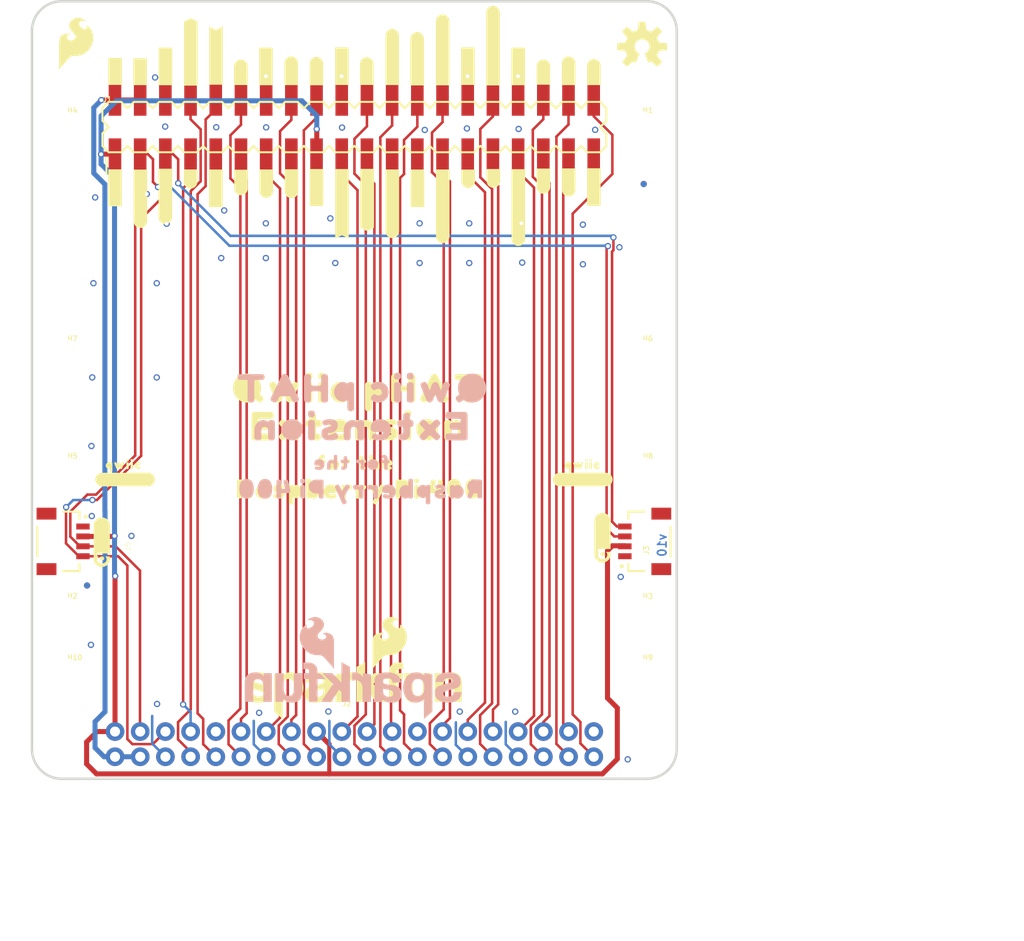
<source format=kicad_pcb>
(kicad_pcb (version 20211014) (generator pcbnew)
  (layers (0 "F.Cu" signal) (31 "B.Cu" signal) (34 "B.Paste" user) (35 "F.Paste" user) (36 "B.SilkS" user "B.Silkscreen") (37 "F.SilkS" user "F.Silkscreen") (38 "B.Mask" user) (39 "F.Mask" user) (44 "Edge.Cuts" user))
  (net 0 "")
  (net 1 "3.3V")
  (net 2 "5V")
  (net 3 "2/SDA")
  (net 4 "3/SCL")
  (net 5 "GND")
  (net 6 "GP4")
  (net 7 "GP5")
  (net 8 "GP6")
  (net 9 "GP16")
  (net 10 "GP17")
  (net 11 "GP22")
  (net 12 "GP23")
  (net 13 "GP24")
  (net 14 "GP25")
  (net 15 "GP26")
  (net 16 "GP27")
  (net 17 "0/ID_SD")
  (net 18 "1/ID_SC")
  (net 19 "14/TXO")
  (net 20 "15/RXI")
  (net 21 "9/CIPO")
  (net 22 "10/COPI")
  (net 23 "11/SCLK")
  (net 24 "7/CE1")
  (net 25 "8/CE0")
  (net 26 "12/PWM0")
  (net 27 "13/PWM1")
  (net 28 "19/PCM_FS")
  (net 29 "20/PCM_DIN")
  (net 30 "21/PCM_DOUT")
  (net 31 "18/PCM_CLK")
  (footprint "boardEagle:#6#28" (layer "F.Cu") (at 162.5171 83.4876 90)
    (fp_text reference "U$10" hide)
    (fp_text value "" hide)
  )
  (footprint "boardEagle:#GND#28" (layer "F.Cu") (at 165.0231 72.3665 90)
    (fp_text reference "U$35" hide)
    (fp_text value "" hide)
  )
  (footprint "boardEagle:#MOUNT#29" (layer "F.Cu") (at 125.3931 114.0321)
    (fp_text reference "U$82" hide)
    (fp_text value "" hide)
  )
  (footprint "boardEagle:2X20_RIGHT_ANGLE" (layer "F.Cu") (at 148.5011 140.7031)
    (fp_text reference "J2")
    (fp_text value "RASPBERRYPI-40-PIN-GPIO_RIGHT_ANGLE")
  )
  (footprint "boardEagle:STAND-OFF-TIGHT" (layer "F.Cu") (at 177.5011 133.6351)
    (fp_text reference "H9")
    (fp_text value "STAND-OFFTIGHT")
  )
  (footprint "boardEagle:#23#29" (layer "F.Cu") (at 142.1377 72.9761 90)
    (fp_text reference "U$27" hide)
    (fp_text value "" hide)
  )
  (footprint "boardEagle:SFE_LOGO_NAME_FLAME_.2" (layer "F.Cu") (at 148.4961 135.2861)
    (fp_text reference "LOGO2" hide)
    (fp_text value "SFE_LOGO_NAME_FLAME.2_INCH" hide)
  )
  (footprint "boardEagle:#12#PWM0#29" (layer "F.Cu") (at 162.4831 70.4361 90)
    (fp_text reference "U$16" hide)
    (fp_text value "" hide)
  )
  (footprint "boardEagle:#4#4" (layer "F.Cu") (at 131.9971 83.5526 90)
    (fp_text reference "U$6" hide)
    (fp_text value "" hide)
  )
  (footprint "boardEagle:#5#28" (layer "F.Cu") (at 159.9811 83.5321 90)
    (fp_text reference "U$7" hide)
    (fp_text value "" hide)
  )
  (footprint "boardEagle:#COPI#10#28" (layer "F.Cu") (at 147.2531 86.0531 90)
    (fp_text reference "U$52" hide)
    (fp_text value "" hide)
  )
  (footprint "boardEagle:#SDA#2#4" (layer "F.Cu") (at 126.9331 85.5451 90)
    (fp_text reference "U$1" hide)
    (fp_text value "" hide)
  )
  (footprint "boardEagle:#19#28" (layer "F.Cu") (at 167.5631 83.7711 90)
    (fp_text reference "U$23" hide)
    (fp_text value "" hide)
  )
  (footprint "boardEagle:#3V3#0" (layer "F.Cu") (at 124.3771 84.6121 90)
    (fp_text reference "U$4" hide)
    (fp_text value "" hide)
  )
  (footprint "boardEagle:STAND-OFF-TIGHT" (layer "F.Cu") (at 119.5011 78.4531)
    (fp_text reference "H4")
    (fp_text value "STAND-OFFTIGHT")
  )
  (footprint "boardEagle:#16#29" (layer "F.Cu") (at 167.5631 73.1031 90)
    (fp_text reference "U$20" hide)
    (fp_text value "" hide)
  )
  (footprint "boardEagle:#SCL#3#4" (layer "F.Cu") (at 129.4521 85.3096 90)
    (fp_text reference "U$2" hide)
    (fp_text value "" hide)
  )
  (footprint "boardEagle:#8#CE0#29" (layer "F.Cu") (at 152.3231 71.5791 90)
    (fp_text reference "U$12" hide)
    (fp_text value "" hide)
  )
  (footprint "boardEagle:CREATIVE_COMMONS" (layer "F.Cu") (at 133.1011 160.1091)
    (fp_text reference "FRAME1" hide)
    (fp_text value "FRAME-LETTER" hide)
  )
  (footprint "boardEagle:#5V#28" (layer "F.Cu") (at 124.3867 72.8733 90)
    (fp_text reference "U$8" hide)
    (fp_text value "" hide)
  )
  (footprint "boardEagle:#GND#28" (layer "F.Cu") (at 154.8631 84.6601 90)
    (fp_text reference "U$33" hide)
    (fp_text value "" hide)
  )
  (footprint "boardEagle:OSHW-LOGO-M" (layer "F.Cu") (at 177.5091 70.3751)
    (fp_text reference "LOGO3" hide)
    (fp_text value "OSHW-LOGOM" hide)
  )
  (footprint "boardEagle:SFE_LOGO_FLAME_.2" (layer "F.Cu") (at 120.4561 70.0511)
    (fp_text reference "U$81" hide)
    (fp_text value "" hide)
  )
  (footprint "boardEagle:STAND-OFF-TIGHT" (layer "F.Cu") (at 177.5011 101.4731)
    (fp_text reference "H6")
    (fp_text value "STAND-OFFTIGHT")
  )
  (footprint "boardEagle:STAND-OFF-TIGHT" (layer "F.Cu") (at 177.5011 78.4531)
    (fp_text reference "H1")
    (fp_text value "STAND-OFFTIGHT")
  )
  (footprint "boardEagle:#18#29" (layer "F.Cu") (at 137.0577 73.1285 90)
    (fp_text reference "U$22" hide)
    (fp_text value "" hide)
  )
  (footprint "boardEagle:QWIIC30" (layer "F.Cu") (at 171.5261 112.5081)
    (fp_text reference "U$85" hide)
    (fp_text value "" hide)
  )
  (footprint "boardEagle:#CIPO#9#28" (layer "F.Cu") (at 149.7931 85.6721 90)
    (fp_text reference "U$51" hide)
    (fp_text value "" hide)
  )
  (footprint "boardEagle:QWIIC_PHAT31" (layer "F.Cu") (at 149.0311 104.8491)
    (fp_text reference "U$75" hide)
    (fp_text value "" hide)
  )
  (footprint "boardEagle:RASPBERRY_PI_40033" (layer "F.Cu") (at 149.0311 115.0091)
    (fp_text reference "U$86" hide)
    (fp_text value "" hide)
  )
  (footprint "boardEagle:STAND-OFF-TIGHT" (layer "F.Cu") (at 119.5011 133.6351)
    (fp_text reference "H10")
    (fp_text value "STAND-OFFTIGHT")
  )
  (footprint "boardEagle:STAND-OFF-TIGHT" (layer "F.Cu") (at 177.5011 127.4531)
    (fp_text reference "H3")
    (fp_text value "STAND-OFFTIGHT")
  )
  (footprint "boardEagle:#17#5" (layer "F.Cu") (at 137.0831 83.8981 90)
    (fp_text reference "U$21" hide)
    (fp_text value "" hide)
  )
  (footprint "boardEagle:#GND#28" (layer "F.Cu") (at 172.6431 84.5331 90)
    (fp_text reference "U$34" hide)
    (fp_text value "" hide)
  )
  (footprint "boardEagle:JST04_1MM_RA" (layer "F.Cu") (at 121.1437 120.2711 -90)
    (fp_text reference "J5")
    (fp_text value "QWIIC_RIGHT_ANGLE")
  )
  (footprint "boardEagle:FIDUCIAL-MICRO" (layer "F.Cu") (at 121.5557 124.7203)
    (fp_text reference "FD1" hide)
    (fp_text value "FIDUCIALUFIDUCIAL" hide)
  )
  (footprint "boardEagle:#21#29" (layer "F.Cu") (at 172.6431 73.1031 90)
    (fp_text reference "U$25" hide)
    (fp_text value "" hide)
  )
  (footprint "boardEagle:RASPBERRY_PI_HAT_40_PIN_SMD_MALE" (layer "F.Cu") (at 124.3711 79.7531)
    (fp_text reference "J1")
    (fp_text value "RASPBERRYPI-40-PIN-GPIO_SMD_MALE")
  )
  (footprint "boardEagle:#5V#28" (layer "F.Cu") (at 126.9077 72.8959 90)
    (fp_text reference "U$9" hide)
    (fp_text value "" hide)
  )
  (footprint "boardEagle:JST04_1MM_RA" (layer "F.Cu") (at 175.7711 120.2711 90)
    (fp_text reference "J3")
    (fp_text value "QWIIC_RIGHT_ANGLE")
  )
  (footprint "boardEagle:STAND-OFF-TIGHT" (layer "F.Cu") (at 119.5011 101.4801)
    (fp_text reference "H7")
    (fp_text value "STAND-OFFTIGHT")
  )
  (footprint "boardEagle:STAND-OFF-TIGHT" (layer "F.Cu") (at 119.5011 113.3151)
    (fp_text reference "H5")
    (fp_text value "STAND-OFFTIGHT")
  )
  (footprint "boardEagle:EXTENSION32" (layer "F.Cu") (at 149.0311 108.6591)
    (fp_text reference "U$76" hide)
    (fp_text value "" hide)
  )
  (footprint "boardEagle:#GND#28" (layer "F.Cu") (at 147.2431 72.3411 90)
    (fp_text reference "U$37" hide)
    (fp_text value "" hide)
  )
  (footprint "boardEagle:#ID_SD#0#28" (layer "F.Cu") (at 157.4131 86.3071 90)
    (fp_text reference "U$15" hide)
    (fp_text value "" hide)
  )
  (footprint "boardEagle:QWIIC_5MM" (layer "F.Cu") (at 123.0251 120.3791 90)
    (fp_text reference "LOGO1" hide)
    (fp_text value "QWIIC_LOGO_5MM" hide)
  )
  (footprint "boardEagle:QWIIC_5MM" (layer "F.Cu") (at 173.5031 119.9291 90)
    (fp_text reference "LOGO4" hide)
    (fp_text value "QWIIC_LOGO_5MM" hide)
  )
  (footprint "boardEagle:#7#CE1#29" (layer "F.Cu") (at 154.8377 71.7569 90)
    (fp_text reference "U$11" hide)
    (fp_text value "" hide)
  )
  (footprint "boardEagle:#22#28" (layer "F.Cu") (at 142.1631 84.0251 90)
    (fp_text reference "U$26" hide)
    (fp_text value "" hide)
  )
  (footprint "boardEagle:FOR_THE40034" (layer "F.Cu") (at 148.6501 112.3421)
    (fp_text reference "U$3" hide)
    (fp_text value "" hide)
  )
  (footprint "boardEagle:#1#ID_SC#29" (layer "F.Cu") (at 157.4031 70.8679 90)
    (fp_text reference "U$40" hide)
    (fp_text value "" hide)
  )
  (footprint "boardEagle:#20#29" (layer "F.Cu") (at 170.1031 72.9761 90)
    (fp_text reference "U$24" hide)
    (fp_text value "" hide)
  )
  (footprint "boardEagle:#GND#28" (layer "F.Cu") (at 129.4631 72.3665 90)
    (fp_text reference "U$39" hide)
    (fp_text value "" hide)
  )
  (footprint "boardEagle:FIDUCIAL-MICRO" (layer "F.Cu") (at 177.6709 84.2201)
    (fp_text reference "FD2" hide)
    (fp_text value "FIDUCIALUFIDUCIAL" hide)
  )
  (footprint "boardEagle:#MOUNT#29" (layer "F.Cu") (at 171.5261 114.0321)
    (fp_text reference "U$83" hide)
    (fp_text value "" hide)
  )
  (footprint "boardEagle:#3V3#0" (layer "F.Cu") (at 144.6877 84.5799 90)
    (fp_text reference "U$5" hide)
    (fp_text value "" hide)
  )
  (footprint "boardEagle:#GND#28" (layer "F.Cu") (at 139.59 72.3665 90)
    (fp_text reference "U$38" hide)
    (fp_text value "" hide)
  )
  (footprint "boardEagle:#GND#28" (layer "F.Cu") (at 159.9431 72.3411 90)
    (fp_text reference "U$36" hide)
    (fp_text value "" hide)
  )
  (footprint "boardEagle:#15#RXI#29" (layer "F.Cu") (at 134.5531 71.4481 90)
    (fp_text reference "U$19" hide)
    (fp_text value "" hide)
  )
  (footprint "boardEagle:#26#28" (layer "F.Cu") (at 170.1031 83.8981 90)
    (fp_text reference "U$30" hide)
    (fp_text value "" hide)
  )
  (footprint "boardEagle:#SCLK#11#28" (layer "F.Cu") (at 152.3331 86.0531 90)
    (fp_text reference "U$14" hide)
    (fp_text value "" hide)
  )
  (footprint "boardEagle:#25#29" (layer "F.Cu") (at 149.7577 73.0015 90)
    (fp_text reference "U$29" hide)
    (fp_text value "" hide)
  )
  (footprint "boardEagle:#14#TXO#29" (layer "F.Cu") (at 132.0131 71.0671 90)
    (fp_text reference "U$18" hide)
    (fp_text value "" hide)
  )
  (footprint "boardEagle:#GND#28" (layer "F.Cu") (at 134.5431 84.6601 90)
    (fp_text reference "U$32" hide)
    (fp_text value "" hide)
  )
  (footprint "boardEagle:STAND-OFF-TIGHT" (layer "F.Cu") (at 119.5011 127.4331)
    (fp_text reference "H2")
    (fp_text value "STAND-OFFTIGHT")
  )
  (footprint "boardEagle:QWIIC30" (layer "F.Cu") (at 125.2661 112.5081)
    (fp_text reference "U$84" hide)
    (fp_text value "" hide)
  )
  (footprint "boardEagle:STAND-OFF-TIGHT" (layer "F.Cu") (at 177.5211 113.3151)
    (fp_text reference "H8")
    (fp_text value "STAND-OFFTIGHT")
  )
  (footprint "boardEagle:#27#18" (layer "F.Cu") (at 139.6231 84.0251 90)
    (fp_text reference "U$31" hide)
    (fp_text value "" hide)
  )
  (footprint "boardEagle:#24#29" (layer "F.Cu") (at 144.6777 73.0015 90)
    (fp_text reference "U$28" hide)
    (fp_text value "" hide)
  )
  (footprint "boardEagle:#PWM1#13#28" (layer "F.Cu") (at 165.0331 86.4341 90)
    (fp_text reference "U$17" hide)
    (fp_text value "" hide)
  )
  (footprint "boardEagle:FOR_THE40034" (layer "B.Cu") (at 148.1421 112.3421 180)
    (fp_text reference "U$13" hide)
    (fp_text value "" hide)
  )
  (footprint "boardEagle:FIDUCIAL-MICRO" (layer "B.Cu") (at 177.6709 84.2301 180)
    (fp_text reference "FD3" hide)
    (fp_text value "FIDUCIALUFIDUCIAL" hide)
  )
  (footprint "boardEagle:RASPBERRY_PI_40033" (layer "B.Cu") (at 149.0311 115.0091 180)
    (fp_text reference "U$91" hide)
    (fp_text value "" hide)
  )
  (footprint "boardEagle:EXTENSION32" (layer "B.Cu") (at 149.0311 108.6591 180)
    (fp_text reference "U$90" hide)
    (fp_text value "" hide)
  )
  (footprint "boardEagle:QWIIC_PHAT31" (layer "B.Cu") (at 149.0311 104.8491 180)
    (fp_text reference "U$89" hide)
    (fp_text value "" hide)
  )
  (footprint "boardEagle:SFE_LOGO_NAME_FLAME_.2" (layer "B.Cu") (at 148.2961 135.2861 180)
    (fp_text reference "LOGO5" hide)
    (fp_text value "SFE_LOGO_NAME_FLAME.2_INCH" hide)
  )
  (footprint "boardEagle:FIDUCIAL-MICRO" (layer "B.Cu") (at 121.5557 124.7203 180)
    (fp_text reference "FD4" hide)
    (fp_text value "FIDUCIALUFIDUCIAL" hide)
  )
  (gr_arc (start 178.0011 65.7941) (mid 180.12242 66.67278) (end 181.0011 68.7941) (layer "Edge.Cuts") (width 0.254))
  (gr_line (start 116.0011 68.7941) (end 116.0011 141.2131) (layer "Edge.Cuts") (width 0.254))
  (gr_arc (start 119.0011 144.2131) (mid 116.87978 143.33442) (end 116.0011 141.2131) (layer "Edge.Cuts") (width 0.254))
  (gr_line (start 181.0011 141.2131) (end 181.0011 68.7941) (layer "Edge.Cuts") (width 0.254))
  (gr_arc (start 116.0011 68.7941) (mid 116.87978 66.67278) (end 119.0011 65.7941) (layer "Edge.Cuts") (width 0.254))
  (gr_line (start 178.0011 65.7941) (end 119.0011 65.7941) (layer "Edge.Cuts") (width 0.254))
  (gr_line (start 119.0011 144.2131) (end 178.0011 144.2131) (layer "Edge.Cuts") (width 0.254))
  (gr_arc (start 181.0011 141.2131) (mid 180.12242 143.33442) (end 178.0011 144.2131) (layer "Edge.Cuts") (width 0.254))
  (gr_text "v10" (at 180.0311 119.4091 -270) (layer "B.Cu") (effects (font (size 0.8636 0.8636) (thickness 0.1524)) (justify left bottom mirror)))
  (segment (start 124.3765 139.4531) (end 122.5659 139.4531) (width 0.508) (layer "F.Cu") (net 1))
  (segment (start 174.5111 120.7191) (end 175.7191 120.7191) (width 0.508) (layer "F.Cu") (net 1))
  (segment (start 122.5659 139.4531) (end 121.5111 140.5079) (width 0.508) (layer "F.Cu") (net 1))
  (segment (start 144.7131 81.1916) (end 144.7131 78.6871) (width 0.508) (layer "F.Cu") (net 1))
  (segment (start 174.0211 136.0791) (end 174.0211 121.2091) (width 0.508) (layer "F.Cu") (net 1))
  (segment (start 145.9711 143.7191) (end 145.9711 140.7277) (width 0.4064) (layer "F.Cu") (net 1))
  (segment (start 145.9711 140.7277) (end 144.6965 139.4531) (width 0.508) (layer "F.Cu") (net 1))
  (segment (start 122.5111 143.7191) (end 145.9711 143.7191) (width 0.508) (layer "F.Cu") (net 1))
  (segment (start 124.3711 81.2136) (end 122.9846 81.2136) (width 0.508) (layer "F.Cu") (net 1))
  (segment (start 121.5111 140.5079) (end 121.5111 142.7191) (width 0.508) (layer "F.Cu") (net 1))
  (segment (start 145.9711 143.7191) (end 173.5111 143.7191) (width 0.508) (layer "F.Cu") (net 1))
  (segment (start 124.3765 123.7887) (end 124.3931 123.7721) (width 0.508) (layer "F.Cu") (net 1))
  (segment (start 175.0111 142.2191) (end 175.0111 137.0691) (width 0.508) (layer "F.Cu") (net 1))
  (segment (start 144.6911 81.2136) (end 144.7131 81.1916) (width 0.508) (layer "F.Cu") (net 1))
  (segment (start 124.2751 119.7711) (end 124.3271 119.7191) (width 0.508) (layer "F.Cu") (net 1))
  (segment (start 124.3765 139.4531) (end 124.3765 123.7887) (width 0.508) (layer "F.Cu") (net 1))
  (segment (start 175.7191 120.7191) (end 175.7711 120.7711) (width 0.508) (layer "F.Cu") (net 1))
  (segment (start 175.0111 137.0691) (end 174.0211 136.0791) (width 0.508) (layer "F.Cu") (net 1))
  (segment (start 173.5111 143.7191) (end 175.0111 142.2191) (width 0.508) (layer "F.Cu") (net 1))
  (segment (start 122.9846 81.2136) (end 122.9711 81.2271) (width 0.508) (layer "F.Cu") (net 1))
  (segment (start 121.5111 142.7191) (end 122.5111 143.7191) (width 0.508) (layer "F.Cu") (net 1))
  (segment (start 174.0211 121.2091) (end 174.5111 120.7191) (width 0.508) (layer "F.Cu") (net 1))
  (segment (start 121.1437 119.7711) (end 124.2751 119.7711) (width 0.508) (layer "F.Cu") (net 1))
  (via (at 144.7131 78.6871) (size 0.635) (drill 0.381) (layers "F.Cu" "B.Cu") (net 1))
  (via (at 122.9711 81.2271) (size 0.635) (drill 0.381) (layers "F.Cu" "B.Cu") (net 1))
  (via (at 124.3931 123.7721) (size 0.635) (drill 0.381) (layers "F.Cu" "B.Cu") (net 1))
  (via (at 124.3271 119.7191) (size 0.635) (drill 0.381) (layers "F.Cu" "B.Cu") (net 1))
  (segment (start 124.3271 123.7061) (end 124.3931 123.7721) (width 0.508) (layer "B.Cu") (net 1))
  (segment (start 124.5091 75.8341) (end 143.2121 75.8341) (width 0.508) (layer "B.Cu") (net 1))
  (segment (start 122.9711 82.2161) (end 124.3271 83.5721) (width 0.508) (layer "B.Cu") (net 1))
  (segment (start 124.3271 83.5721) (end 124.3271 119.7191) (width 0.508) (layer "B.Cu") (net 1))
  (segment (start 144.7131 77.3351) (end 144.7131 78.6871) (width 0.508) (layer "B.Cu") (net 1))
  (segment (start 122.9711 77.3721) (end 124.5091 75.8341) (width 0.508) (layer "B.Cu") (net 1))
  (segment (start 122.9711 81.2271) (end 122.9711 82.2161) (width 0.508) (layer "B.Cu") (net 1))
  (segment (start 122.9711 77.3721) (end 122.9711 81.2271) (width 0.508) (layer "B.Cu") (net 1))
  (segment (start 143.2121 75.8341) (end 144.7131 77.3351) (width 0.508) (layer "B.Cu") (net 1))
  (segment (start 124.3271 119.7191) (end 124.3271 123.7061) (width 0.508) (layer "B.Cu") (net 1))
  (segment (start 123.0096 75.7526) (end 124.3711 75.7526) (width 0.508) (layer "F.Cu") (net 2))
  (segment (start 122.9961 75.7661) (end 123.0096 75.7526) (width 0.508) (layer "F.Cu") (net 2))
  (segment (start 126.9111 75.7526) (end 124.3711 75.7526) (width 0.508) (layer "F.Cu") (net 2))
  (via (at 122.9961 75.7661) (size 0.635) (drill 0.381) (layers "F.Cu" "B.Cu") (net 2))
  (segment (start 122.2341 83.1321) (end 122.2341 76.5281) (width 0.508) (layer "B.Cu") (net 2))
  (segment (start 123.3675 117.179413) (end 123.354 117.165913) (width 0.508) (layer "B.Cu") (net 2))
  (segment (start 122.3611 141.0877) (end 122.3611 138.4591) (width 0.508) (layer "B.Cu") (net 2))
  (segment (start 123.354 117.165913) (end 123.354 84.252) (width 0.508) (layer "B.Cu") (net 2))
  (segment (start 124.3765 141.9931) (end 123.2665 141.9931) (width 0.508) (layer "B.Cu") (net 2))
  (segment (start 123.354 84.252) (end 122.2341 83.1321) (width 0.508) (layer "B.Cu") (net 2))
  (segment (start 122.2341 76.5281) (end 122.9961 75.7661) (width 0.508) (layer "B.Cu") (net 2))
  (segment (start 126.9165 141.9931) (end 124.3765 141.9931) (width 0.508) (layer "B.Cu") (net 2))
  (segment (start 123.3675 137.4527) (end 123.3675 117.179413) (width 0.508) (layer "B.Cu") (net 2))
  (segment (start 123.2665 141.9931) (end 122.3611 141.0877) (width 0.508) (layer "B.Cu") (net 2))
  (segment (start 122.3611 138.4591) (end 123.3675 137.4527) (width 0.508) (layer "B.Cu") (net 2))
  (segment (start 126.9165 139.4531) (end 126.8941 139.4307) (width 0.254) (layer "F.Cu") (net 3))
  (segment (start 126.9331 84.5291) (end 126.9331 81.2356) (width 0.254) (layer "F.Cu") (net 3))
  (segment (start 121.5881 115.5531) (end 122.4581 115.5531) (width 0.254) (layer "F.Cu") (net 3))
  (segment (start 174.7061 119.7711) (end 173.9311 118.9961) (width 0.254) (layer "F.Cu") (net 3))
  (segment (start 173.9311 90.6191) (end 174.0611 90.4891) (width 0.254) (layer "F.Cu") (net 3))
  (segment (start 126.8941 139.4307) (end 126.8941 123.2191) (width 0.254) (layer "F.Cu") (net 3))
  (segment (start 119.8681 117.2731) (end 121.5881 115.5531) (width 0.254) (layer "F.Cu") (net 3))
  (segment (start 126.4111 111.6001) (end 126.4111 85.0511) (width 0.254) (layer "F.Cu") (net 3))
  (segment (start 128.2031 81.7351) (end 127.6816 81.2136) (width 0.254) (layer "F.Cu") (net 3))
  (segment (start 120.845412 120.7711) (end 119.8681 119.793788) (width 0.254) (layer "F.Cu") (net 3))
  (segment (start 127.6816 81.2136) (end 126.9111 81.2136) (width 0.254) (layer "F.Cu") (net 3))
  (segment (start 128.2031 84.0211) (end 128.2031 81.7351) (width 0.254) (layer "F.Cu") (net 3))
  (segment (start 119.8681 119.793788) (end 119.8681 117.2731) (width 0.254) (layer "F.Cu") (net 3))
  (segment (start 128.7111 84.5291) (end 128.2031 84.0211) (width 0.254) (layer "F.Cu") (net 3))
  (segment (start 173.9311 118.9961) (end 173.9311 90.6191) (width 0.254) (layer "F.Cu") (net 3))
  (segment (start 126.8941 123.2191) (end 124.4461 120.7711) (width 0.254) (layer "F.Cu") (net 3))
  (segment (start 121.1437 120.7711) (end 120.845412 120.7711) (width 0.254) (layer "F.Cu") (net 3))
  (segment (start 126.9331 81.2356) (end 126.9111 81.2136) (width 0.254) (layer "F.Cu") (net 3))
  (segment (start 122.4581 115.5531) (end 126.4111 111.6001) (width 0.254) (layer "F.Cu") (net 3))
  (segment (start 126.4111 85.0511) (end 126.9331 84.5291) (width 0.254) (layer "F.Cu") (net 3))
  (segment (start 124.4461 120.7711) (end 121.1437 120.7711) (width 0.254) (layer "F.Cu") (net 3))
  (segment (start 175.7711 119.7711) (end 174.7061 119.7711) (width 0.254) (layer "F.Cu") (net 3))
  (via (at 174.0611 90.4891) (size 0.635) (drill 0.381) (layers "F.Cu" "B.Cu") (net 3))
  (via (at 128.7111 84.5291) (size 0.635) (drill 0.381) (layers "F.Cu" "B.Cu") (net 3))
  (segment (start 129.9811 84.5291) (end 128.7111 84.5291) (width 0.254) (layer "B.Cu") (net 3))
  (segment (start 135.9051 90.4531) (end 174.0251 90.4531) (width 0.254) (layer "B.Cu") (net 3))
  (segment (start 129.9811 84.5291) (end 135.9051 90.4531) (width 0.254) (layer "B.Cu") (net 3))
  (segment (start 174.0251 90.4531) (end 174.0611 90.4891) (width 0.254) (layer "B.Cu") (net 3))
  (segment (start 119.4361 116.8311) (end 119.4481 116.8191) (width 0.254) (layer "F.Cu") (net 4))
  (segment (start 125.6211 122.7121) (end 124.6801 121.7711) (width 0.254) (layer "F.Cu") (net 4))
  (segment (start 119.4361 120.4741) (end 120.7331 121.7711) (width 0.254) (layer "F.Cu") (net 4))
  (segment (start 174.6181 89.6151) (end 174.6181 90.9051) (width 0.254) (layer "F.Cu") (net 4))
  (segment (start 129.5111 81.2736) (end 129.5111 85.2191) (width 0.254) (layer "F.Cu") (net 4))
  (segment (start 127.0111 87.7191) (end 129.5111 85.2191) (width 0.254) (layer "F.Cu") (net 4))
  (segment (start 174.9711 118.7711) (end 174.4811 118.2811) (width 0.254) (layer "F.Cu") (net 4))
  (segment (start 119.4361 120.4741) (end 119.4361 116.8311) (width 0.254) (layer "F.Cu") (net 4))
  (segment (start 129.4565 139.4531) (end 128.1905 140.7191) (width 0.254) (layer "F.Cu") (net 4))
  (segment (start 129.4511 81.2136) (end 129.5056 81.2136) (width 0.254) (layer "F.Cu") (net 4))
  (segment (start 127.0111 111.6362) (end 127.0111 87.7191) (width 0.254) (layer "F.Cu") (net 4))
  (segment (start 129.5056 81.2136) (end 129.5111 81.2191) (width 0.254) (layer "F.Cu") (net 4))
  (segment (start 124.6801 121.7711) (end 121.1437 121.7711) (width 0.254) (layer "F.Cu") (net 4))
  (segment (start 175.7711 118.7711) (end 174.9711 118.7711) (width 0.254) (layer "F.Cu") (net 4))
  (segment (start 128.1905 140.7191) (end 126.1301 140.7191) (width 0.254) (layer "F.Cu") (net 4))
  (segment (start 174.4811 91.0421) (end 174.4811 118.2811) (width 0.254) (layer "F.Cu") (net 4))
  (segment (start 120.7331 121.7711) (end 121.1437 121.7711) (width 0.254) (layer "F.Cu") (net 4))
  (segment (start 125.6211 140.2101) (end 125.6211 122.7121) (width 0.254) (layer "F.Cu") (net 4))
  (segment (start 127.0111 111.6362) (end 122.5481 116.0992) (width 0.254) (layer "F.Cu") (net 4))
  (segment (start 174.6181 90.9051) (end 174.4811 91.0421) (width 0.254) (layer "F.Cu") (net 4))
  (segment (start 129.5111 81.2191) (end 130.2271 81.2191) (width 0.254) (layer "F.Cu") (net 4))
  (segment (start 129.4511 81.2136) (end 129.5111 81.2736) (width 0.254) (layer "F.Cu") (net 4))
  (segment (start 130.7431 81.7351) (end 130.2271 81.2191) (width 0.254) (layer "F.Cu") (net 4))
  (segment (start 122.5481 116.0992) (end 122.0981 116.0992) (width 0.254) (layer "F.Cu") (net 4))
  (segment (start 126.1301 140.7191) (end 125.6211 140.2101) (width 0.254) (layer "F.Cu") (net 4))
  (segment (start 130.7431 84.1481) (end 130.7431 81.7351) (width 0.254) (layer "F.Cu") (net 4))
  (via (at 122.0981 116.0992) (size 0.635) (drill 0.381) (layers "F.Cu" "B.Cu") (net 4))
  (via (at 174.6181 89.6151) (size 0.635) (drill 0.381) (layers "F.Cu" "B.Cu") (net 4))
  (via (at 119.4481 116.8191) (size 0.635) (drill 0.381) (layers "F.Cu" "B.Cu") (net 4))
  (via (at 130.7431 84.1481) (size 0.635) (drill 0.381) (layers "F.Cu" "B.Cu") (net 4))
  (segment (start 136.0011 89.4531) (end 130.7431 84.1951) (width 0.254) (layer "B.Cu") (net 4))
  (segment (start 174.6181 89.6151) (end 174.456121 89.453122) (width 0.254) (layer "B.Cu") (net 4))
  (segment (start 119.4481 116.8191) (end 120.168 116.0992) (width 0.254) (layer "B.Cu") (net 4))
  (segment (start 174.456121 89.453122) (end 174.456121 89.4531) (width 0.254) (layer "B.Cu") (net 4))
  (segment (start 130.7431 84.1481) (end 130.7431 84.1951) (width 0.254) (layer "B.Cu") (net 4))
  (segment (start 120.168 116.0992) (end 122.0981 116.0992) (width 0.254) (layer "B.Cu") (net 4))
  (segment (start 174.456121 89.4531) (end 136.0011 89.4531) (width 0.254) (layer "B.Cu") (net 4))
  (via (at 171.5411 88.3231) (size 0.635) (drill 0.381) (layers "F.Cu" "B.Cu") (net 5))
  (via (at 134.5811 78.5031) (size 0.635) (drill 0.381) (layers "F.Cu" "B.Cu") (net 5))
  (via (at 155.0811 88.1931) (size 0.635) (drill 0.381) (layers "F.Cu" "B.Cu") (net 5))
  (via (at 122.0811 103.7331) (size 0.635) (drill 0.381) (layers "F.Cu" "B.Cu") (net 5))
  (via (at 160.0811 92.1931) (size 0.635) (drill 0.381) (layers "F.Cu" "B.Cu") (net 5))
  (via (at 175.2241 90.6091) (size 0.635) (drill 0.381) (layers "F.Cu" "B.Cu") (net 5))
  (via (at 127.5811 85.2331) (size 0.635) (drill 0.381) (layers "F.Cu" "B.Cu") (net 5))
  (via (at 122.2001 94.2331) (size 0.635) (drill 0.381) (layers "F.Cu" "B.Cu") (net 5))
  (via (at 129.4311 78.4331) (size 0.635) (drill 0.381) (layers "F.Cu" "B.Cu") (net 5))
  (via (at 145.8851 137.4321) (size 0.635) (drill 0.381) (layers "F.Cu" "B.Cu") (net 5))
  (via (at 126.0349 119.7173) (size 0.635) (drill 0.381) (layers "F.Cu" "B.Cu") (net 5))
  (via (at 147.2611 78.5331) (size 0.635) (drill 0.381) (layers "F.Cu" "B.Cu") (net 5))
  (via (at 139.5911 73.3531) (size 0.635) (drill 0.381) (layers "F.Cu" "B.Cu") (net 5))
  (via (at 139.5811 91.6931) (size 0.635) (drill 0.381) (layers "F.Cu" "B.Cu") (net 5))
  (via (at 175.3503 123.8509) (size 0.635) (drill 0.381) (layers "F.Cu" "B.Cu") (net 5))
  (via (at 128.5811 94.2331) (size 0.635) (drill 0.381) (layers "F.Cu" "B.Cu") (net 5))
  (via (at 155.0811 92.1931) (size 0.635) (drill 0.381) (layers "F.Cu" "B.Cu") (net 5))
  (via (at 146.0811 87.6931) (size 0.635) (drill 0.381) (layers "F.Cu" "B.Cu") (net 5))
  (via (at 165.3431 88.1931) (size 0.635) (drill 0.381) (layers "F.Cu" "B.Cu") (net 5))
  (via (at 146.5811 92.1931) (size 0.635) (drill 0.381) (layers "F.Cu" "B.Cu") (net 5))
  (via (at 138.9001 137.5591) (size 0.635) (drill 0.381) (layers "F.Cu" "B.Cu") (net 5))
  (via (at 159.9111 73.3531) (size 0.635) (drill 0.381) (layers "F.Cu" "B.Cu") (net 5))
  (via (at 121.9511 130.7031) (size 0.635) (drill 0.381) (layers "F.Cu" "B.Cu") (net 5))
  (via (at 165.4211 92.1531) (size 0.635) (drill 0.381) (layers "F.Cu" "B.Cu") (net 5))
  (via (at 139.6111 78.5131) (size 0.635) (drill 0.381) (layers "F.Cu" "B.Cu") (net 5))
  (via (at 139.5811 88.1931) (size 0.635) (drill 0.381) (layers "F.Cu" "B.Cu") (net 5))
  (via (at 122.3741 85.5801) (size 0.635) (drill 0.381) (layers "F.Cu" "B.Cu") (net 5))
  (via (at 128.4151 73.4801) (size 0.635) (drill 0.381) (layers "F.Cu" "B.Cu") (net 5))
  (via (at 135.0811 91.6931) (size 0.635) (drill 0.381) (layers "F.Cu" "B.Cu") (net 5))
  (via (at 135.3811 86.8931) (size 0.635) (drill 0.381) (layers "F.Cu" "B.Cu") (net 5))
  (via (at 122.0011 110.6531) (size 0.635) (drill 0.381) (layers "F.Cu" "B.Cu") (net 5))
  (via (at 165.0611 78.6731) (size 0.635) (drill 0.381) (layers "F.Cu" "B.Cu") (net 5))
  (via (at 128.6131 136.6701) (size 0.635) (drill 0.381) (layers "F.Cu" "B.Cu") (net 5))
  (via (at 159.8511 78.6231) (size 0.635) (drill 0.381) (layers "F.Cu" "B.Cu") (net 5))
  (via (at 147.2111 73.3531) (size 0.635) (drill 0.381) (layers "F.Cu" "B.Cu") (net 5))
  (via (at 155.6011 78.7731) (size 0.635) (drill 0.381) (layers "F.Cu" "B.Cu") (net 5))
  (via (at 171.5411 92.3231) (size 0.635) (drill 0.381) (layers "F.Cu" "B.Cu") (net 5))
  (via (at 129.5811 88.2331) (size 0.635) (drill 0.381) (layers "F.Cu" "B.Cu") (net 5))
  (via (at 122.0349 117.7173) (size 0.635) (drill 0.381) (layers "F.Cu" "B.Cu") (net 5))
  (via (at 160.0811 88.1931) (size 0.635) (drill 0.381) (layers "F.Cu" "B.Cu") (net 5))
  (via (at 172.7763 78.7619) (size 0.635) (drill 0.381) (layers "F.Cu" "B.Cu") (net 5))
  (via (at 128.5811 103.7331) (size 0.635) (drill 0.381) (layers "F.Cu" "B.Cu") (net 5))
  (via (at 176.0611 142.2531) (size 0.635) (drill 0.381) (layers "F.Cu" "B.Cu") (net 5))
  (via (at 159.1291 137.4391) (size 0.635) (drill 0.381) (layers "F.Cu" "B.Cu") (net 5))
  (via (at 164.9911 73.3531) (size 0.635) (drill 0.381) (layers "F.Cu" "B.Cu") (net 5))
  (via (at 164.7171 137.4391) (size 0.635) (drill 0.381) (layers "F.Cu" "B.Cu") (net 5))
  (segment (start 139.6165 141.9931) (end 138.3631 140.7397) (width 0.254) (layer "B.Cu") (net 5))
  (segment (start 147.2365 141.9931) (end 145.9831 140.7397) (width 0.254) (layer "B.Cu") (net 5))
  (segment (start 158.7339 140.7905) (end 158.7339 138.5295) (width 0.254) (layer "B.Cu") (net 5))
  (segment (start 163.7631 140.7397) (end 163.7631 138.4787) (width 0.254) (layer "B.Cu") (net 5))
  (segment (start 138.3631 140.7397) (end 138.3631 138.3771) (width 0.254) (layer "B.Cu") (net 5))
  (segment (start 145.9831 140.7397) (end 145.9831 138.3771) (width 0.254) (layer "B.Cu") (net 5))
  (segment (start 159.9365 141.9931) (end 158.7339 140.7905) (width 0.254) (layer "B.Cu") (net 5))
  (segment (start 128.1211 140.6577) (end 128.1211 137.8831) (width 0.254) (layer "B.Cu") (net 5))
  (segment (start 165.0165 141.9931) (end 163.7631 140.7397) (width 0.254) (layer "B.Cu") (net 5))
  (segment (start 129.4565 141.9931) (end 128.1211 140.6577) (width 0.254) (layer "B.Cu") (net 5))
  (segment (start 132.0611 81.2836) (end 131.9911 81.2136) (width 0.254) (layer "F.Cu") (net 6))
  (segment (start 132.0611 83.8291) (end 132.0611 81.2836) (width 0.254) (layer "F.Cu") (net 6))
  (segment (start 131.2411 84.6491) (end 131.2411 136.7191) (width 0.254) (layer "F.Cu") (net 6))
  (segment (start 132.0611 83.8291) (end 131.2411 84.6491) (width 0.254) (layer "F.Cu") (net 6))
  (via (at 131.2411 136.7191) (size 0.635) (drill 0.381) (layers "F.Cu" "B.Cu") (net 6))
  (segment (start 131.9965 137.4745) (end 131.2411 136.7191) (width 0.254) (layer "B.Cu") (net 6))
  (segment (start 131.9965 139.4531) (end 131.9965 137.4745) (width 0.254) (layer "B.Cu") (net 6))
  (segment (start 159.9365 139.4531) (end 159.9365 138.2677) (width 0.254) (layer "F.Cu") (net 7))
  (segment (start 161.6711 136.5331) (end 161.6711 85.0636) (width 0.254) (layer "F.Cu") (net 7))
  (segment (start 159.9311 83.3236) (end 159.9311 81.2136) (width 0.254) (layer "F.Cu") (net 7))
  (segment (start 159.9365 138.2677) (end 161.6711 136.5331) (width 0.254) (layer "F.Cu") (net 7))
  (segment (start 161.6711 85.0636) (end 159.9311 83.3236) (width 0.254) (layer "F.Cu") (net 7))
  (segment (start 163.0011 84.4236) (end 162.4711 83.8936) (width 0.254) (layer "F.Cu") (net 8))
  (segment (start 162.4711 83.8936) (end 162.4711 81.2136) (width 0.254) (layer "F.Cu") (net 8))
  (segment (start 162.4765 137.2437) (end 163.0011 136.7191) (width 0.254) (layer "F.Cu") (net 8))
  (segment (start 163.0011 136.7191) (end 163.0011 84.4236) (width 0.254) (layer "F.Cu") (net 8))
  (segment (start 162.4765 139.4531) (end 162.4765 137.2437) (width 0.254) (layer "F.Cu") (net 8))
  (segment (start 166.2911 140.7277) (end 166.2911 138.8445) (width 0.254) (layer "F.Cu") (net 9))
  (segment (start 167.5511 77.6926) (end 166.4911 78.7526) (width 0.254) (layer "F.Cu") (net 9))
  (segment (start 167.4165 84.4245) (end 166.4911 83.4991) (width 0.254) (layer "F.Cu") (net 9))
  (segment (start 167.4165 84.4245) (end 167.4165 137.7191) (width 0.254) (layer "F.Cu") (net 9))
  (segment (start 167.5565 141.9931) (end 166.2911 140.7277) (width 0.254) (layer "F.Cu") (net 9))
  (segment (start 167.5511 77.6926) (end 167.5511 75.7526) (width 0.254) (layer "F.Cu") (net 9))
  (segment (start 166.2911 138.8445) (end 167.4165 137.7191) (width 0.254) (layer "F.Cu") (net 9))
  (segment (start 166.4911 83.4991) (end 166.4911 78.7526) (width 0.254) (layer "F.Cu") (net 9))
  (segment (start 137.0765 139.4531) (end 137.0765 138.1737) (width 0.254) (layer "F.Cu") (net 10))
  (segment (start 137.0765 138.1737) (end 137.6481 137.6021) (width 0.254) (layer "F.Cu") (net 10))
  (segment (start 137.6481 137.6021) (end 137.6481 83.8406) (width 0.254) (layer "F.Cu") (net 10))
  (segment (start 137.0711 83.2636) (end 137.0711 81.2136) (width 0.254) (layer "F.Cu") (net 10))
  (segment (start 137.6481 83.8406) (end 137.0711 83.2636) (width 0.254) (layer "F.Cu") (net 10))
  (segment (start 142.1565 138.2631) (end 142.6341 137.7855) (width 0.254) (layer "F.Cu") (net 11))
  (segment (start 142.6341 137.7855) (end 142.6341 83.5266) (width 0.254) (layer "F.Cu") (net 11))
  (segment (start 142.1565 139.4531) (end 142.1565 138.2631) (width 0.254) (layer "F.Cu") (net 11))
  (segment (start 142.6341 83.5266) (end 142.1511 83.0436) (width 0.254) (layer "F.Cu") (net 11))
  (segment (start 142.1511 83.0436) (end 142.1511 81.2136) (width 0.254) (layer "F.Cu") (net 11))
  (segment (start 142.1511 75.7526) (end 142.1511 77.7591) (width 0.254) (layer "F.Cu") (net 12))
  (segment (start 141.7911 137.9391) (end 141.7911 83.9391) (width 0.254) (layer "F.Cu") (net 12))
  (segment (start 141.0111 78.8991) (end 141.0111 83.1591) (width 0.254) (layer "F.Cu") (net 12))
  (segment (start 142.1565 141.9931) (end 140.8811 140.7177) (width 0.254) (layer "F.Cu") (net 12))
  (segment (start 142.1511 77.7591) (end 141.0111 78.8991) (width 0.254) (layer "F.Cu") (net 12))
  (segment (start 141.0111 83.1591) (end 141.7911 83.9391) (width 0.254) (layer "F.Cu") (net 12))
  (segment (start 140.8811 138.8491) (end 141.7911 137.9391) (width 0.254) (layer "F.Cu") (net 12))
  (segment (start 140.8811 140.7177) (end 140.8811 138.8491) (width 0.254) (layer "F.Cu") (net 12))
  (segment (start 144.6965 141.9931) (end 143.4111 140.7077) (width 0.254) (layer "F.Cu") (net 13))
  (segment (start 144.6911 77.5391) (end 143.4111 78.8191) (width 0.254) (layer "F.Cu") (net 13))
  (segment (start 143.4111 140.7077) (end 143.4111 137.4277) (width 0.254) (layer "F.Cu") (net 13))
  (segment (start 144.6911 75.7526) (end 144.6911 77.5391) (width 0.254) (layer "F.Cu") (net 13))
  (segment (start 143.4111 78.8191) (end 143.4111 137.4277) (width 0.254) (layer "F.Cu") (net 13))
  (segment (start 148.5111 79.6726) (end 148.5111 83.1883) (width 0.254) (layer "F.Cu") (net 14))
  (segment (start 149.7765 141.9931) (end 148.5111 140.7277) (width 0.254) (layer "F.Cu") (net 14))
  (segment (start 148.5111 83.1883) (end 149.6565 84.3337) (width 0.254) (layer "F.Cu") (net 14))
  (segment (start 148.5111 138.8645) (end 149.6565 137.7191) (width 0.254) (layer "F.Cu") (net 14))
  (segment (start 149.7711 78.4126) (end 148.5111 79.6726) (width 0.254) (layer "F.Cu") (net 14))
  (segment (start 148.5111 140.7277) (end 148.5111 138.8645) (width 0.254) (layer "F.Cu") (net 14))
  (segment (start 149.6565 84.3337) (end 149.6565 137.7191) (width 0.254) (layer "F.Cu") (net 14))
  (segment (start 149.7711 78.4126) (end 149.7711 75.7526) (width 0.254) (layer "F.Cu") (net 14))
  (segment (start 169.5621 138.9187) (end 169.5621 83.6626) (width 0.254) (layer "F.Cu") (net 15))
  (segment (start 170.0965 139.4531) (end 169.5621 138.9187) (width 0.254) (layer "F.Cu") (net 15))
  (segment (start 169.5621 83.6626) (end 170.0911 83.1336) (width 0.254) (layer "F.Cu") (net 15))
  (segment (start 170.0911 83.1336) (end 170.0911 81.2136) (width 0.254) (layer "F.Cu") (net 15))
  (segment (start 139.6111 83.2891) (end 139.6111 81.2136) (width 0.254) (layer "F.Cu") (net 16))
  (segment (start 139.6165 139.4531) (end 141.0111 138.0585) (width 0.254) (layer "F.Cu") (net 16))
  (segment (start 141.0111 138.0585) (end 141.0111 84.6891) (width 0.254) (layer "F.Cu") (net 16))
  (segment (start 141.0111 84.6891) (end 139.6111 83.2891) (width 0.254) (layer "F.Cu") (net 16))
  (segment (start 157.3911 83.2236) (end 157.3911 81.2136) (width 0.254) (layer "F.Cu") (net 17))
  (segment (start 157.3965 138.8337) (end 158.1381 138.0921) (width 0.254) (layer "F.Cu") (net 17))
  (segment (start 158.1381 83.9706) (end 158.1381 138.0921) (width 0.254) (layer "F.Cu") (net 17))
  (segment (start 157.3965 139.4531) (end 157.3965 138.8337) (width 0.254) (layer "F.Cu") (net 17))
  (segment (start 158.1381 83.9706) (end 157.3911 83.2236) (width 0.254) (layer "F.Cu") (net 17))
  (segment (start 157.3911 77.9826) (end 156.3311 79.0426) (width 0.254) (layer "F.Cu") (net 18))
  (segment (start 157.0111 83.7191) (end 156.3311 83.0391) (width 0.254) (layer "F.Cu") (net 18))
  (segment (start 156.1111 140.7077) (end 156.1111 138.6191) (width 0.254) (layer "F.Cu") (net 18))
  (segment (start 156.3311 83.0391) (end 156.3311 79.0426) (width 0.254) (layer "F.Cu") (net 18))
  (segment (start 157.3911 77.9826) (end 157.3911 75.7526) (width 0.254) (layer "F.Cu") (net 18))
  (segment (start 156.1111 138.6191) (end 157.5111 137.2191) (width 0.254) (layer "F.Cu") (net 18))
  (segment (start 157.3965 84.1045) (end 157.0111 83.7191) (width 0.254) (layer "F.Cu") (net 18))
  (segment (start 157.3965 141.9931) (end 156.1111 140.7077) (width 0.254) (layer "F.Cu") (net 18))
  (segment (start 157.5111 137.2191) (end 157.5111 84.2191) (width 0.254) (layer "F.Cu") (net 18))
  (segment (start 157.5111 84.2191) (end 157.3965 84.1045) (width 0.254) (layer "F.Cu") (net 18))
  (segment (start 133.0111 83.9391) (end 133.0111 78.7191) (width 0.254) (layer "F.Cu") (net 19))
  (segment (start 131.9965 141.9931) (end 131.9965 141.5145) (width 0.254) (layer "F.Cu") (net 19))
  (segment (start 131.9911 75.7526) (end 131.9911 77.6991) (width 0.254) (layer "F.Cu") (net 19))
  (segment (start 130.7311 138.4991) (end 132.0111 137.2191) (width 0.254) (layer "F.Cu") (net 19))
  (segment (start 131.9965 141.5145) (end 130.7311 140.2491) (width 0.254) (layer "F.Cu") (net 19))
  (segment (start 131.9911 77.6991) (end 133.0111 78.7191) (width 0.254) (layer "F.Cu") (net 19))
  (segment (start 130.7311 140.2491) (end 130.7311 138.4991) (width 0.254) (layer "F.Cu") (net 19))
  (segment (start 132.0111 84.9391) (end 133.0111 83.9391) (width 0.254) (layer "F.Cu") (net 19))
  (segment (start 132.0111 137.2191) (end 132.0111 84.9391) (width 0.254) (layer "F.Cu") (net 19))
  (segment (start 133.2665 138.1831) (end 133.2665 140.7231) (width 0.254) (layer "F.Cu") (net 20))
  (segment (start 132.7011 85.2491) (end 133.5111 84.4391) (width 0.254) (layer "F.Cu") (net 20))
  (segment (start 133.5111 77.7191) (end 134.5311 76.6991) (width 0.254) (layer "F.Cu") (net 20))
  (segment (start 132.7011 137.6177) (end 132.7011 85.2491) (width 0.254) (layer "F.Cu") (net 20))
  (segment (start 134.5311 76.6991) (end 134.5311 75.7526) (width 0.254) (layer "F.Cu") (net 20))
  (segment (start 133.2665 138.1831) (end 132.7011 137.6177) (width 0.254) (layer "F.Cu") (net 20))
  (segment (start 134.5365 141.9931) (end 133.2665 140.7231) (width 0.254) (layer "F.Cu") (net 20))
  (segment (start 133.5111 84.4391) (end 133.5111 77.7191) (width 0.254) (layer "F.Cu") (net 20))
  (segment (start 150.5211 84.2091) (end 149.7711 83.4591) (width 0.254) (layer "F.Cu") (net 21))
  (segment (start 149.7765 139.4531) (end 150.5211 138.7085) (width 0.254) (layer "F.Cu") (net 21))
  (segment (start 149.7711 83.4591) (end 149.7711 81.2136) (width 0.254) (layer "F.Cu") (net 21))
  (segment (start 150.5211 138.7085) (end 150.5211 84.2091) (width 0.254) (layer "F.Cu") (net 21))
  (segment (start 147.2311 83.2591) (end 147.2311 81.2136) (width 0.254) (layer "F.Cu") (net 22))
  (segment (start 148.8211 137.9285) (end 148.8211 84.8491) (width 0.254) (layer "F.Cu") (net 22))
  (segment (start 147.2965 139.4531) (end 148.8211 137.9285) (width 0.254) (layer "F.Cu") (net 22))
  (segment (start 147.2365 139.4531) (end 147.2965 139.4531) (width 0.254) (layer "F.Cu") (net 22))
  (segment (start 148.8211 84.8491) (end 147.2311 83.2591) (width 0.254) (layer "F.Cu") (net 22))
  (segment (start 152.3111 81.2136) (end 152.2011 81.3236) (width 0.254) (layer "F.Cu") (net 23))
  (segment (start 152.2011 81.3236) (end 152.2011 139.3377) (width 0.254) (layer "F.Cu") (net 23))
  (segment (start 152.3165 139.4531) (end 152.2011 139.3377) (width 0.254) (layer "F.Cu") (net 23))
  (segment (start 153.5111 137.7191) (end 153.1111 137.3191) (width 0.254) (layer "F.Cu") (net 24))
  (segment (start 153.5111 83.2191) (end 153.5111 79.7926) (width 0.254) (layer "F.Cu") (net 24))
  (segment (start 153.1111 137.3191) (end 153.1111 83.6191) (width 0.254) (layer "F.Cu") (net 24))
  (segment (start 153.1111 83.6191) (end 153.5111 83.2191) (width 0.254) (layer "F.Cu") (net 24))
  (segment (start 154.8511 78.4526) (end 153.5111 79.7926) (width 0.254) (layer "F.Cu") (net 24))
  (segment (start 153.5111 140.6477) (end 153.5111 137.7191) (width 0.254) (layer "F.Cu") (net 24))
  (segment (start 154.8511 78.4526) (end 154.8511 75.7526) (width 0.254) (layer "F.Cu") (net 24))
  (segment (start 154.8565 141.9931) (end 153.5111 140.6477) (width 0.254) (layer "F.Cu") (net 24))
  (segment (start 151.1211 140.9577) (end 151.1211 79.5091) (width 0.254) (layer "F.Cu") (net 25))
  (segment (start 152.3165 141.9931) (end 152.1565 141.9931) (width 0.254) (layer "F.Cu") (net 25))
  (segment (start 152.1565 141.9931) (end 151.1211 140.9577) (width 0.254) (layer "F.Cu") (net 25))
  (segment (start 152.3111 78.3191) (end 152.3111 75.7526) (width 0.254) (layer "F.Cu") (net 25))
  (segment (start 151.1211 79.5091) (end 152.3111 78.3191) (width 0.254) (layer "F.Cu") (net 25))
  (segment (start 161.1811 140.6977) (end 161.1811 137.8091) (width 0.254) (layer "F.Cu") (net 26))
  (segment (start 161.1811 137.8091) (end 162.3865 136.6037) (width 0.254) (layer "F.Cu") (net 26))
  (segment (start 162.4711 77.4126) (end 162.4711 75.7526) (width 0.254) (layer "F.Cu") (net 26))
  (segment (start 162.3865 84.7345) (end 161.2011 83.5491) (width 0.254) (layer "F.Cu") (net 26))
  (segment (start 162.4711 77.4126) (end 161.2011 78.6826) (width 0.254) (layer "F.Cu") (net 26))
  (segment (start 162.3865 136.6037) (end 162.3865 84.7345) (width 0.254) (layer "F.Cu") (net 26))
  (segment (start 162.4765 141.9931) (end 161.1811 140.6977) (width 0.254) (layer "F.Cu") (net 26))
  (segment (start 161.2011 83.5491) (end 161.2011 78.6826) (width 0.254) (layer "F.Cu") (net 26))
  (segment (start 166.6111 137.8685) (end 166.6111 84.5836) (width 0.254) (layer "F.Cu") (net 27))
  (segment (start 166.2965 138.1831) (end 166.6111 137.8685) (width 0.254) (layer "F.Cu") (net 27))
  (segment (start 166.2865 138.1831) (end 166.2965 138.1831) (width 0.254) (layer "F.Cu") (net 27))
  (segment (start 166.6111 84.5836) (end 165.0111 82.9836) (width 0.254) (layer "F.Cu") (net 27))
  (segment (start 165.0165 139.4531) (end 166.2865 138.1831) (width 0.254) (layer "F.Cu") (net 27))
  (segment (start 165.0111 82.9836) (end 165.0111 81.2136) (width 0.254) (layer "F.Cu") (net 27))
  (segment (start 167.5565 138.4937) (end 168.1711 137.8791) (width 0.254) (layer "F.Cu") (net 28))
  (segment (start 167.5565 139.4531) (end 167.5565 138.4937) (width 0.254) (layer "F.Cu") (net 28))
  (segment (start 168.1711 84.1236) (end 167.5511 83.5036) (width 0.254) (layer "F.Cu") (net 28))
  (segment (start 167.5511 83.5036) (end 167.5511 81.2136) (width 0.254) (layer "F.Cu") (net 28))
  (segment (start 168.1711 137.8791) (end 168.1711 84.1236) (width 0.254) (layer "F.Cu") (net 28))
  (segment (start 170.0911 78.2226) (end 170.0911 75.7526) (width 0.254) (layer "F.Cu") (net 29))
  (segment (start 168.8711 140.6977) (end 168.8711 79.4426) (width 0.254) (layer "F.Cu") (net 29))
  (segment (start 170.0911 78.2226) (end 168.8711 79.4426) (width 0.254) (layer "F.Cu") (net 29))
  (segment (start 170.0965 141.9231) (end 168.8711 140.6977) (width 0.254) (layer "F.Cu") (net 29))
  (segment (start 170.0965 141.9931) (end 170.0965 141.9231) (width 0.254) (layer "F.Cu") (net 29))
  (segment (start 170.5111 87.2191) (end 174.5111 83.2191) (width 0.254) (layer "F.Cu") (net 30))
  (segment (start 174.5111 79.2691) (end 172.6311 77.3891) (width 0.254) (layer "F.Cu") (net 30))
  (segment (start 170.5111 137.7191) (end 170.5111 87.2191) (width 0.254) (layer "F.Cu") (net 30))
  (segment (start 171.2911 138.4991) (end 170.5111 137.7191) (width 0.254) (layer "F.Cu") (net 30))
  (segment (start 171.2911 140.6477) (end 171.2911 138.4991) (width 0.254) (layer "F.Cu") (net 30))
  (segment (start 172.6311 75.7526) (end 172.6311 77.3891) (width 0.254) (layer "F.Cu") (net 30))
  (segment (start 172.6365 141.9931) (end 171.2911 140.6477) (width 0.254) (layer "F.Cu") (net 30))
  (segment (start 174.5111 83.2191) (end 174.5111 79.2691) (width 0.254) (layer "F.Cu") (net 30))
  (segment (start 137.0765 141.9931) (end 135.8211 140.7377) (width 0.254) (layer "F.Cu") (net 31))
  (segment (start 137.0711 78.2526) (end 137.0711 75.7526) (width 0.254) (layer "F.Cu") (net 31))
  (segment (start 137.0111 137.1391) (end 137.0111 84.6591) (width 0.254) (layer "F.Cu") (net 31))
  (segment (start 135.8211 138.3291) (end 137.0111 137.1391) (width 0.254) (layer "F.Cu") (net 31))
  (segment (start 135.8211 140.7377) (end 135.8211 138.3291) (width 0.254) (layer "F.Cu") (net 31))
  (segment (start 136.0111 83.6591) (end 136.0111 79.3126) (width 0.254) (layer "F.Cu") (net 31))
  (segment (start 137.0711 78.2526) (end 136.0111 79.3126) (width 0.254) (layer "F.Cu") (net 31))
  (segment (start 137.0111 84.6591) (end 136.0111 83.6591) (width 0.254) (layer "F.Cu") (net 31))
)
</source>
